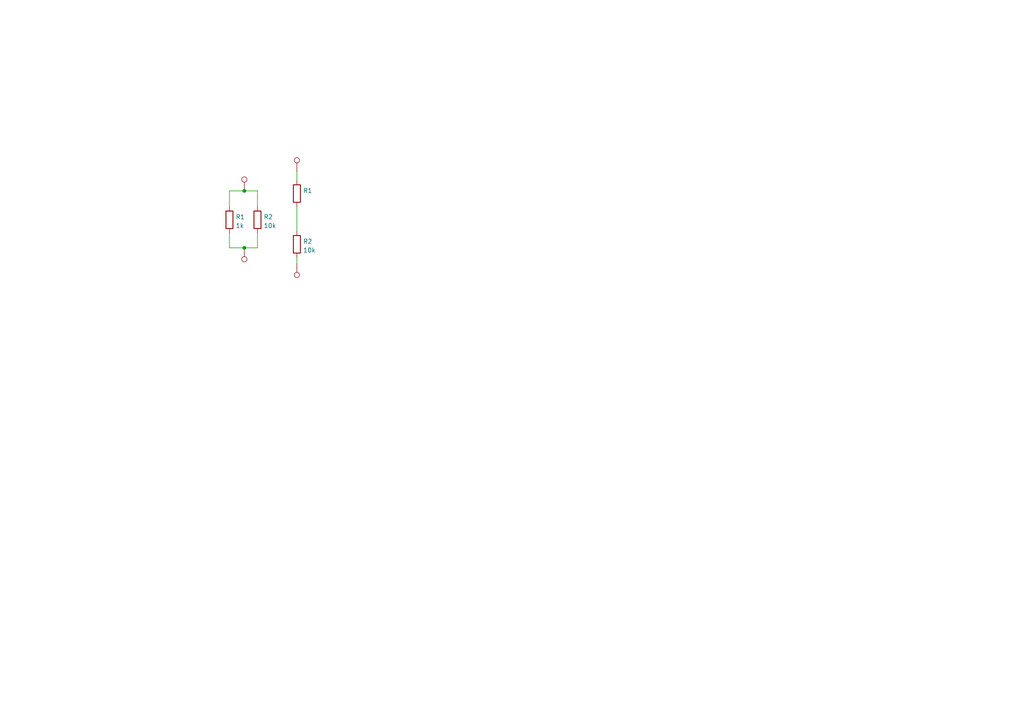
<source format=kicad_sch>
(kicad_sch (version 20211123) (generator eeschema)
  (paper "A4")
  (lib_symbols
    (symbol "Connector:TestPoint" (pin_numbers hide) (pin_names (offset 0.762) hide)
      (property "Reference" "TP" (at 0 6.858 0))
      (property "Value" "TestPoint" (at 0 5.08 0))
      (symbol "TestPoint_0_1"
        (circle (center 0 3.302) (radius 0.762))
      )
      (symbol "TestPoint_1_1"
        (pin passive line (at 0 0 90) (length 2.54) (name "1") (number "1"))
      )
    )
    (symbol "Device:R" (pin_numbers hide) (pin_names (offset 0))
      (property "Reference" "R" (at 2.032 0 90))
      (property "Value" "R" (at 0 0 90))
      (symbol "R_0_1"
        (rectangle (start -1.016 -2.54) (end 1.016 2.54) (stroke (width 0.254)))
      )
      (symbol "R_1_1"
        (pin passive line (at 0 3.81 270) (length 1.27) (name "~") (number "1"))
        (pin passive line (at 0 -3.81 90) (length 1.27) (name "~") (number "2"))
      )
    )
  )
  (junction (at 70.866 71.882))
  (junction (at 70.866 55.372))
  (wire (pts (xy 66.548 55.372) (xy 70.866 55.372)))
  (wire (pts (xy 86.106 59.944) (xy 86.106 67.056)))
  (wire (pts (xy 86.106 74.676) (xy 86.106 76.454)))
  (wire (pts (xy 86.106 49.784) (xy 86.106 52.324)))
  (wire (pts (xy 66.548 67.564) (xy 66.548 71.882)))
  (wire (pts (xy 66.548 71.882) (xy 70.866 71.882)))
  (wire (pts (xy 74.676 59.944) (xy 74.676 55.372)))
  (wire (pts (xy 66.548 59.944) (xy 66.548 55.372)))
  (wire (pts (xy 70.866 55.372) (xy 74.676 55.372)))
  (wire (pts (xy 70.866 71.882) (xy 74.676 71.882)))
  (wire (pts (xy 74.676 67.564) (xy 74.676 71.882)))
  (symbol (lib_id "Connector:TestPoint") (at 86.106 76.454 180) (unit 1) (in_bom no) (on_board no)
    (property "Reference" "TP?" (effects hide))
    (property "Value" "TestPoint" (effects hide))
  )
  (symbol (lib_id "Device:R") (at 74.676 63.754 0) (unit 1)
    (property "Reference" "R2" (at 76.454 62.9193 0) (effects (justify left)))
    (property "Value" "10k" (at 76.454 65.4562 0) (effects (justify left)))
  )
  (symbol (lib_id "Connector:TestPoint") (at 70.866 55.372 0) (unit 1) (in_bom no) (on_board no)
    (property "Reference" "TP?" (effects hide))
    (property "Value" "TestPoint" (effects hide))
  )
  (symbol (lib_id "Device:R") (at 86.106 70.866 0) (unit 1)
    (property "Reference" "R2" (at 87.884 70.0313 0) (effects (justify left)))
    (property "Value" "10k" (at 87.884 72.5682 0) (effects (justify left)))
  )
  (symbol (lib_id "Connector:TestPoint") (at 86.106 49.784 0) (unit 1) (in_bom no) (on_board no)
    (property "Reference" "TP?" (effects hide))
    (property "Value" "TestPoint" (effects hide))
  )
  (symbol (lib_id "Connector:TestPoint") (at 70.866 71.882 180) (unit 1) (in_bom no) (on_board no)
    (property "Reference" "TP?" (effects hide))
    (property "Value" "TestPoint" (effects hide))
  )
  (symbol (lib_id "Device:R") (at 66.548 63.754 0) (unit 1)
    (property "Reference" "R1" (at 68.326 62.9193 0) (effects (justify left)))
    (property "Value" "1k" (at 68.326 65.4562 0) (effects (justify left)))
  )
  (symbol (lib_id "Device:R") (at 86.106 56.134 0) (unit 1)
    (property "Reference" "R1" (at 87.884 55.2993 0) (effects (justify left)))
  )
)
</source>
